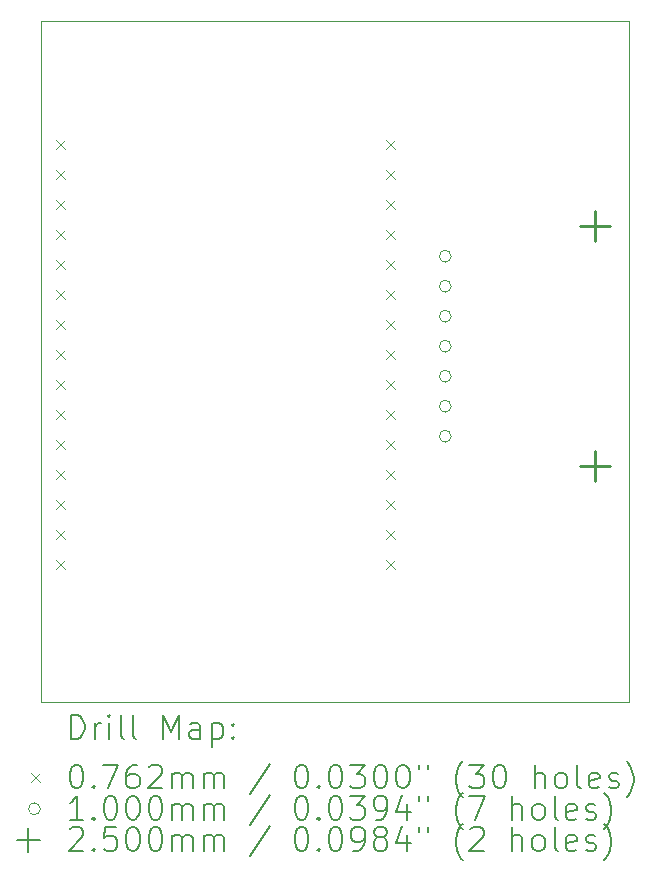
<source format=gbr>
%TF.GenerationSoftware,KiCad,Pcbnew,8.0.3*%
%TF.CreationDate,2024-07-11T16:05:29-07:00*%
%TF.ProjectId,RomiEnvironDetector,526f6d69-456e-4766-9972-6f6e44657465,rev?*%
%TF.SameCoordinates,Original*%
%TF.FileFunction,Drillmap*%
%TF.FilePolarity,Positive*%
%FSLAX45Y45*%
G04 Gerber Fmt 4.5, Leading zero omitted, Abs format (unit mm)*
G04 Created by KiCad (PCBNEW 8.0.3) date 2024-07-11 16:05:29*
%MOMM*%
%LPD*%
G01*
G04 APERTURE LIST*
%ADD10C,0.050000*%
%ADD11C,0.200000*%
%ADD12C,0.100000*%
%ADD13C,0.250000*%
G04 APERTURE END LIST*
D10*
X10620000Y-5440000D02*
X15600000Y-5440000D01*
X15600000Y-11200000D01*
X10620000Y-11200000D01*
X10620000Y-5440000D01*
D11*
D12*
X10747900Y-6445900D02*
X10824100Y-6522100D01*
X10824100Y-6445900D02*
X10747900Y-6522100D01*
X10747900Y-6699900D02*
X10824100Y-6776100D01*
X10824100Y-6699900D02*
X10747900Y-6776100D01*
X10747900Y-6953900D02*
X10824100Y-7030100D01*
X10824100Y-6953900D02*
X10747900Y-7030100D01*
X10747900Y-7207900D02*
X10824100Y-7284100D01*
X10824100Y-7207900D02*
X10747900Y-7284100D01*
X10747900Y-7461900D02*
X10824100Y-7538100D01*
X10824100Y-7461900D02*
X10747900Y-7538100D01*
X10747900Y-7715900D02*
X10824100Y-7792100D01*
X10824100Y-7715900D02*
X10747900Y-7792100D01*
X10747900Y-7969900D02*
X10824100Y-8046100D01*
X10824100Y-7969900D02*
X10747900Y-8046100D01*
X10747900Y-8223900D02*
X10824100Y-8300100D01*
X10824100Y-8223900D02*
X10747900Y-8300100D01*
X10747900Y-8477900D02*
X10824100Y-8554100D01*
X10824100Y-8477900D02*
X10747900Y-8554100D01*
X10747900Y-8731900D02*
X10824100Y-8808100D01*
X10824100Y-8731900D02*
X10747900Y-8808100D01*
X10747900Y-8985900D02*
X10824100Y-9062100D01*
X10824100Y-8985900D02*
X10747900Y-9062100D01*
X10747900Y-9239900D02*
X10824100Y-9316100D01*
X10824100Y-9239900D02*
X10747900Y-9316100D01*
X10747900Y-9493900D02*
X10824100Y-9570100D01*
X10824100Y-9493900D02*
X10747900Y-9570100D01*
X10747900Y-9747900D02*
X10824100Y-9824100D01*
X10824100Y-9747900D02*
X10747900Y-9824100D01*
X10747900Y-10001900D02*
X10824100Y-10078100D01*
X10824100Y-10001900D02*
X10747900Y-10078100D01*
X13541900Y-6445900D02*
X13618100Y-6522100D01*
X13618100Y-6445900D02*
X13541900Y-6522100D01*
X13541900Y-6699900D02*
X13618100Y-6776100D01*
X13618100Y-6699900D02*
X13541900Y-6776100D01*
X13541900Y-6953900D02*
X13618100Y-7030100D01*
X13618100Y-6953900D02*
X13541900Y-7030100D01*
X13541900Y-7207900D02*
X13618100Y-7284100D01*
X13618100Y-7207900D02*
X13541900Y-7284100D01*
X13541900Y-7461900D02*
X13618100Y-7538100D01*
X13618100Y-7461900D02*
X13541900Y-7538100D01*
X13541900Y-7715900D02*
X13618100Y-7792100D01*
X13618100Y-7715900D02*
X13541900Y-7792100D01*
X13541900Y-7969900D02*
X13618100Y-8046100D01*
X13618100Y-7969900D02*
X13541900Y-8046100D01*
X13541900Y-8223900D02*
X13618100Y-8300100D01*
X13618100Y-8223900D02*
X13541900Y-8300100D01*
X13541900Y-8477900D02*
X13618100Y-8554100D01*
X13618100Y-8477900D02*
X13541900Y-8554100D01*
X13541900Y-8731900D02*
X13618100Y-8808100D01*
X13618100Y-8731900D02*
X13541900Y-8808100D01*
X13541900Y-8985900D02*
X13618100Y-9062100D01*
X13618100Y-8985900D02*
X13541900Y-9062100D01*
X13541900Y-9239900D02*
X13618100Y-9316100D01*
X13618100Y-9239900D02*
X13541900Y-9316100D01*
X13541900Y-9493900D02*
X13618100Y-9570100D01*
X13618100Y-9493900D02*
X13541900Y-9570100D01*
X13541900Y-9747900D02*
X13618100Y-9824100D01*
X13618100Y-9747900D02*
X13541900Y-9824100D01*
X13541900Y-10001900D02*
X13618100Y-10078100D01*
X13618100Y-10001900D02*
X13541900Y-10078100D01*
X14096000Y-7428000D02*
G75*
G02*
X13996000Y-7428000I-50000J0D01*
G01*
X13996000Y-7428000D02*
G75*
G02*
X14096000Y-7428000I50000J0D01*
G01*
X14096000Y-7682000D02*
G75*
G02*
X13996000Y-7682000I-50000J0D01*
G01*
X13996000Y-7682000D02*
G75*
G02*
X14096000Y-7682000I50000J0D01*
G01*
X14096000Y-7936000D02*
G75*
G02*
X13996000Y-7936000I-50000J0D01*
G01*
X13996000Y-7936000D02*
G75*
G02*
X14096000Y-7936000I50000J0D01*
G01*
X14096000Y-8190000D02*
G75*
G02*
X13996000Y-8190000I-50000J0D01*
G01*
X13996000Y-8190000D02*
G75*
G02*
X14096000Y-8190000I50000J0D01*
G01*
X14096000Y-8444000D02*
G75*
G02*
X13996000Y-8444000I-50000J0D01*
G01*
X13996000Y-8444000D02*
G75*
G02*
X14096000Y-8444000I50000J0D01*
G01*
X14096000Y-8698000D02*
G75*
G02*
X13996000Y-8698000I-50000J0D01*
G01*
X13996000Y-8698000D02*
G75*
G02*
X14096000Y-8698000I50000J0D01*
G01*
X14096000Y-8952000D02*
G75*
G02*
X13996000Y-8952000I-50000J0D01*
G01*
X13996000Y-8952000D02*
G75*
G02*
X14096000Y-8952000I50000J0D01*
G01*
D13*
X15316000Y-7049000D02*
X15316000Y-7299000D01*
X15191000Y-7174000D02*
X15441000Y-7174000D01*
X15316000Y-9081000D02*
X15316000Y-9331000D01*
X15191000Y-9206000D02*
X15441000Y-9206000D01*
D11*
X10878277Y-11513984D02*
X10878277Y-11313984D01*
X10878277Y-11313984D02*
X10925896Y-11313984D01*
X10925896Y-11313984D02*
X10954467Y-11323508D01*
X10954467Y-11323508D02*
X10973515Y-11342555D01*
X10973515Y-11342555D02*
X10983039Y-11361603D01*
X10983039Y-11361603D02*
X10992563Y-11399698D01*
X10992563Y-11399698D02*
X10992563Y-11428269D01*
X10992563Y-11428269D02*
X10983039Y-11466365D01*
X10983039Y-11466365D02*
X10973515Y-11485412D01*
X10973515Y-11485412D02*
X10954467Y-11504460D01*
X10954467Y-11504460D02*
X10925896Y-11513984D01*
X10925896Y-11513984D02*
X10878277Y-11513984D01*
X11078277Y-11513984D02*
X11078277Y-11380650D01*
X11078277Y-11418746D02*
X11087801Y-11399698D01*
X11087801Y-11399698D02*
X11097324Y-11390174D01*
X11097324Y-11390174D02*
X11116372Y-11380650D01*
X11116372Y-11380650D02*
X11135420Y-11380650D01*
X11202086Y-11513984D02*
X11202086Y-11380650D01*
X11202086Y-11313984D02*
X11192562Y-11323508D01*
X11192562Y-11323508D02*
X11202086Y-11333031D01*
X11202086Y-11333031D02*
X11211610Y-11323508D01*
X11211610Y-11323508D02*
X11202086Y-11313984D01*
X11202086Y-11313984D02*
X11202086Y-11333031D01*
X11325896Y-11513984D02*
X11306848Y-11504460D01*
X11306848Y-11504460D02*
X11297324Y-11485412D01*
X11297324Y-11485412D02*
X11297324Y-11313984D01*
X11430658Y-11513984D02*
X11411610Y-11504460D01*
X11411610Y-11504460D02*
X11402086Y-11485412D01*
X11402086Y-11485412D02*
X11402086Y-11313984D01*
X11659229Y-11513984D02*
X11659229Y-11313984D01*
X11659229Y-11313984D02*
X11725896Y-11456841D01*
X11725896Y-11456841D02*
X11792562Y-11313984D01*
X11792562Y-11313984D02*
X11792562Y-11513984D01*
X11973515Y-11513984D02*
X11973515Y-11409222D01*
X11973515Y-11409222D02*
X11963991Y-11390174D01*
X11963991Y-11390174D02*
X11944943Y-11380650D01*
X11944943Y-11380650D02*
X11906848Y-11380650D01*
X11906848Y-11380650D02*
X11887801Y-11390174D01*
X11973515Y-11504460D02*
X11954467Y-11513984D01*
X11954467Y-11513984D02*
X11906848Y-11513984D01*
X11906848Y-11513984D02*
X11887801Y-11504460D01*
X11887801Y-11504460D02*
X11878277Y-11485412D01*
X11878277Y-11485412D02*
X11878277Y-11466365D01*
X11878277Y-11466365D02*
X11887801Y-11447317D01*
X11887801Y-11447317D02*
X11906848Y-11437793D01*
X11906848Y-11437793D02*
X11954467Y-11437793D01*
X11954467Y-11437793D02*
X11973515Y-11428269D01*
X12068753Y-11380650D02*
X12068753Y-11580650D01*
X12068753Y-11390174D02*
X12087801Y-11380650D01*
X12087801Y-11380650D02*
X12125896Y-11380650D01*
X12125896Y-11380650D02*
X12144943Y-11390174D01*
X12144943Y-11390174D02*
X12154467Y-11399698D01*
X12154467Y-11399698D02*
X12163991Y-11418746D01*
X12163991Y-11418746D02*
X12163991Y-11475888D01*
X12163991Y-11475888D02*
X12154467Y-11494936D01*
X12154467Y-11494936D02*
X12144943Y-11504460D01*
X12144943Y-11504460D02*
X12125896Y-11513984D01*
X12125896Y-11513984D02*
X12087801Y-11513984D01*
X12087801Y-11513984D02*
X12068753Y-11504460D01*
X12249705Y-11494936D02*
X12259229Y-11504460D01*
X12259229Y-11504460D02*
X12249705Y-11513984D01*
X12249705Y-11513984D02*
X12240182Y-11504460D01*
X12240182Y-11504460D02*
X12249705Y-11494936D01*
X12249705Y-11494936D02*
X12249705Y-11513984D01*
X12249705Y-11390174D02*
X12259229Y-11399698D01*
X12259229Y-11399698D02*
X12249705Y-11409222D01*
X12249705Y-11409222D02*
X12240182Y-11399698D01*
X12240182Y-11399698D02*
X12249705Y-11390174D01*
X12249705Y-11390174D02*
X12249705Y-11409222D01*
D12*
X10541300Y-11804400D02*
X10617500Y-11880600D01*
X10617500Y-11804400D02*
X10541300Y-11880600D01*
D11*
X10916372Y-11733984D02*
X10935420Y-11733984D01*
X10935420Y-11733984D02*
X10954467Y-11743508D01*
X10954467Y-11743508D02*
X10963991Y-11753031D01*
X10963991Y-11753031D02*
X10973515Y-11772079D01*
X10973515Y-11772079D02*
X10983039Y-11810174D01*
X10983039Y-11810174D02*
X10983039Y-11857793D01*
X10983039Y-11857793D02*
X10973515Y-11895888D01*
X10973515Y-11895888D02*
X10963991Y-11914936D01*
X10963991Y-11914936D02*
X10954467Y-11924460D01*
X10954467Y-11924460D02*
X10935420Y-11933984D01*
X10935420Y-11933984D02*
X10916372Y-11933984D01*
X10916372Y-11933984D02*
X10897324Y-11924460D01*
X10897324Y-11924460D02*
X10887801Y-11914936D01*
X10887801Y-11914936D02*
X10878277Y-11895888D01*
X10878277Y-11895888D02*
X10868753Y-11857793D01*
X10868753Y-11857793D02*
X10868753Y-11810174D01*
X10868753Y-11810174D02*
X10878277Y-11772079D01*
X10878277Y-11772079D02*
X10887801Y-11753031D01*
X10887801Y-11753031D02*
X10897324Y-11743508D01*
X10897324Y-11743508D02*
X10916372Y-11733984D01*
X11068753Y-11914936D02*
X11078277Y-11924460D01*
X11078277Y-11924460D02*
X11068753Y-11933984D01*
X11068753Y-11933984D02*
X11059229Y-11924460D01*
X11059229Y-11924460D02*
X11068753Y-11914936D01*
X11068753Y-11914936D02*
X11068753Y-11933984D01*
X11144944Y-11733984D02*
X11278277Y-11733984D01*
X11278277Y-11733984D02*
X11192562Y-11933984D01*
X11440182Y-11733984D02*
X11402086Y-11733984D01*
X11402086Y-11733984D02*
X11383039Y-11743508D01*
X11383039Y-11743508D02*
X11373515Y-11753031D01*
X11373515Y-11753031D02*
X11354467Y-11781603D01*
X11354467Y-11781603D02*
X11344943Y-11819698D01*
X11344943Y-11819698D02*
X11344943Y-11895888D01*
X11344943Y-11895888D02*
X11354467Y-11914936D01*
X11354467Y-11914936D02*
X11363991Y-11924460D01*
X11363991Y-11924460D02*
X11383039Y-11933984D01*
X11383039Y-11933984D02*
X11421134Y-11933984D01*
X11421134Y-11933984D02*
X11440182Y-11924460D01*
X11440182Y-11924460D02*
X11449705Y-11914936D01*
X11449705Y-11914936D02*
X11459229Y-11895888D01*
X11459229Y-11895888D02*
X11459229Y-11848269D01*
X11459229Y-11848269D02*
X11449705Y-11829222D01*
X11449705Y-11829222D02*
X11440182Y-11819698D01*
X11440182Y-11819698D02*
X11421134Y-11810174D01*
X11421134Y-11810174D02*
X11383039Y-11810174D01*
X11383039Y-11810174D02*
X11363991Y-11819698D01*
X11363991Y-11819698D02*
X11354467Y-11829222D01*
X11354467Y-11829222D02*
X11344943Y-11848269D01*
X11535420Y-11753031D02*
X11544943Y-11743508D01*
X11544943Y-11743508D02*
X11563991Y-11733984D01*
X11563991Y-11733984D02*
X11611610Y-11733984D01*
X11611610Y-11733984D02*
X11630658Y-11743508D01*
X11630658Y-11743508D02*
X11640182Y-11753031D01*
X11640182Y-11753031D02*
X11649705Y-11772079D01*
X11649705Y-11772079D02*
X11649705Y-11791127D01*
X11649705Y-11791127D02*
X11640182Y-11819698D01*
X11640182Y-11819698D02*
X11525896Y-11933984D01*
X11525896Y-11933984D02*
X11649705Y-11933984D01*
X11735420Y-11933984D02*
X11735420Y-11800650D01*
X11735420Y-11819698D02*
X11744943Y-11810174D01*
X11744943Y-11810174D02*
X11763991Y-11800650D01*
X11763991Y-11800650D02*
X11792563Y-11800650D01*
X11792563Y-11800650D02*
X11811610Y-11810174D01*
X11811610Y-11810174D02*
X11821134Y-11829222D01*
X11821134Y-11829222D02*
X11821134Y-11933984D01*
X11821134Y-11829222D02*
X11830658Y-11810174D01*
X11830658Y-11810174D02*
X11849705Y-11800650D01*
X11849705Y-11800650D02*
X11878277Y-11800650D01*
X11878277Y-11800650D02*
X11897324Y-11810174D01*
X11897324Y-11810174D02*
X11906848Y-11829222D01*
X11906848Y-11829222D02*
X11906848Y-11933984D01*
X12002086Y-11933984D02*
X12002086Y-11800650D01*
X12002086Y-11819698D02*
X12011610Y-11810174D01*
X12011610Y-11810174D02*
X12030658Y-11800650D01*
X12030658Y-11800650D02*
X12059229Y-11800650D01*
X12059229Y-11800650D02*
X12078277Y-11810174D01*
X12078277Y-11810174D02*
X12087801Y-11829222D01*
X12087801Y-11829222D02*
X12087801Y-11933984D01*
X12087801Y-11829222D02*
X12097324Y-11810174D01*
X12097324Y-11810174D02*
X12116372Y-11800650D01*
X12116372Y-11800650D02*
X12144943Y-11800650D01*
X12144943Y-11800650D02*
X12163991Y-11810174D01*
X12163991Y-11810174D02*
X12173515Y-11829222D01*
X12173515Y-11829222D02*
X12173515Y-11933984D01*
X12563991Y-11724460D02*
X12392563Y-11981603D01*
X12821134Y-11733984D02*
X12840182Y-11733984D01*
X12840182Y-11733984D02*
X12859229Y-11743508D01*
X12859229Y-11743508D02*
X12868753Y-11753031D01*
X12868753Y-11753031D02*
X12878277Y-11772079D01*
X12878277Y-11772079D02*
X12887801Y-11810174D01*
X12887801Y-11810174D02*
X12887801Y-11857793D01*
X12887801Y-11857793D02*
X12878277Y-11895888D01*
X12878277Y-11895888D02*
X12868753Y-11914936D01*
X12868753Y-11914936D02*
X12859229Y-11924460D01*
X12859229Y-11924460D02*
X12840182Y-11933984D01*
X12840182Y-11933984D02*
X12821134Y-11933984D01*
X12821134Y-11933984D02*
X12802086Y-11924460D01*
X12802086Y-11924460D02*
X12792563Y-11914936D01*
X12792563Y-11914936D02*
X12783039Y-11895888D01*
X12783039Y-11895888D02*
X12773515Y-11857793D01*
X12773515Y-11857793D02*
X12773515Y-11810174D01*
X12773515Y-11810174D02*
X12783039Y-11772079D01*
X12783039Y-11772079D02*
X12792563Y-11753031D01*
X12792563Y-11753031D02*
X12802086Y-11743508D01*
X12802086Y-11743508D02*
X12821134Y-11733984D01*
X12973515Y-11914936D02*
X12983039Y-11924460D01*
X12983039Y-11924460D02*
X12973515Y-11933984D01*
X12973515Y-11933984D02*
X12963991Y-11924460D01*
X12963991Y-11924460D02*
X12973515Y-11914936D01*
X12973515Y-11914936D02*
X12973515Y-11933984D01*
X13106848Y-11733984D02*
X13125896Y-11733984D01*
X13125896Y-11733984D02*
X13144944Y-11743508D01*
X13144944Y-11743508D02*
X13154467Y-11753031D01*
X13154467Y-11753031D02*
X13163991Y-11772079D01*
X13163991Y-11772079D02*
X13173515Y-11810174D01*
X13173515Y-11810174D02*
X13173515Y-11857793D01*
X13173515Y-11857793D02*
X13163991Y-11895888D01*
X13163991Y-11895888D02*
X13154467Y-11914936D01*
X13154467Y-11914936D02*
X13144944Y-11924460D01*
X13144944Y-11924460D02*
X13125896Y-11933984D01*
X13125896Y-11933984D02*
X13106848Y-11933984D01*
X13106848Y-11933984D02*
X13087801Y-11924460D01*
X13087801Y-11924460D02*
X13078277Y-11914936D01*
X13078277Y-11914936D02*
X13068753Y-11895888D01*
X13068753Y-11895888D02*
X13059229Y-11857793D01*
X13059229Y-11857793D02*
X13059229Y-11810174D01*
X13059229Y-11810174D02*
X13068753Y-11772079D01*
X13068753Y-11772079D02*
X13078277Y-11753031D01*
X13078277Y-11753031D02*
X13087801Y-11743508D01*
X13087801Y-11743508D02*
X13106848Y-11733984D01*
X13240182Y-11733984D02*
X13363991Y-11733984D01*
X13363991Y-11733984D02*
X13297325Y-11810174D01*
X13297325Y-11810174D02*
X13325896Y-11810174D01*
X13325896Y-11810174D02*
X13344944Y-11819698D01*
X13344944Y-11819698D02*
X13354467Y-11829222D01*
X13354467Y-11829222D02*
X13363991Y-11848269D01*
X13363991Y-11848269D02*
X13363991Y-11895888D01*
X13363991Y-11895888D02*
X13354467Y-11914936D01*
X13354467Y-11914936D02*
X13344944Y-11924460D01*
X13344944Y-11924460D02*
X13325896Y-11933984D01*
X13325896Y-11933984D02*
X13268753Y-11933984D01*
X13268753Y-11933984D02*
X13249706Y-11924460D01*
X13249706Y-11924460D02*
X13240182Y-11914936D01*
X13487801Y-11733984D02*
X13506848Y-11733984D01*
X13506848Y-11733984D02*
X13525896Y-11743508D01*
X13525896Y-11743508D02*
X13535420Y-11753031D01*
X13535420Y-11753031D02*
X13544944Y-11772079D01*
X13544944Y-11772079D02*
X13554467Y-11810174D01*
X13554467Y-11810174D02*
X13554467Y-11857793D01*
X13554467Y-11857793D02*
X13544944Y-11895888D01*
X13544944Y-11895888D02*
X13535420Y-11914936D01*
X13535420Y-11914936D02*
X13525896Y-11924460D01*
X13525896Y-11924460D02*
X13506848Y-11933984D01*
X13506848Y-11933984D02*
X13487801Y-11933984D01*
X13487801Y-11933984D02*
X13468753Y-11924460D01*
X13468753Y-11924460D02*
X13459229Y-11914936D01*
X13459229Y-11914936D02*
X13449706Y-11895888D01*
X13449706Y-11895888D02*
X13440182Y-11857793D01*
X13440182Y-11857793D02*
X13440182Y-11810174D01*
X13440182Y-11810174D02*
X13449706Y-11772079D01*
X13449706Y-11772079D02*
X13459229Y-11753031D01*
X13459229Y-11753031D02*
X13468753Y-11743508D01*
X13468753Y-11743508D02*
X13487801Y-11733984D01*
X13678277Y-11733984D02*
X13697325Y-11733984D01*
X13697325Y-11733984D02*
X13716372Y-11743508D01*
X13716372Y-11743508D02*
X13725896Y-11753031D01*
X13725896Y-11753031D02*
X13735420Y-11772079D01*
X13735420Y-11772079D02*
X13744944Y-11810174D01*
X13744944Y-11810174D02*
X13744944Y-11857793D01*
X13744944Y-11857793D02*
X13735420Y-11895888D01*
X13735420Y-11895888D02*
X13725896Y-11914936D01*
X13725896Y-11914936D02*
X13716372Y-11924460D01*
X13716372Y-11924460D02*
X13697325Y-11933984D01*
X13697325Y-11933984D02*
X13678277Y-11933984D01*
X13678277Y-11933984D02*
X13659229Y-11924460D01*
X13659229Y-11924460D02*
X13649706Y-11914936D01*
X13649706Y-11914936D02*
X13640182Y-11895888D01*
X13640182Y-11895888D02*
X13630658Y-11857793D01*
X13630658Y-11857793D02*
X13630658Y-11810174D01*
X13630658Y-11810174D02*
X13640182Y-11772079D01*
X13640182Y-11772079D02*
X13649706Y-11753031D01*
X13649706Y-11753031D02*
X13659229Y-11743508D01*
X13659229Y-11743508D02*
X13678277Y-11733984D01*
X13821134Y-11733984D02*
X13821134Y-11772079D01*
X13897325Y-11733984D02*
X13897325Y-11772079D01*
X14192563Y-12010174D02*
X14183039Y-12000650D01*
X14183039Y-12000650D02*
X14163991Y-11972079D01*
X14163991Y-11972079D02*
X14154468Y-11953031D01*
X14154468Y-11953031D02*
X14144944Y-11924460D01*
X14144944Y-11924460D02*
X14135420Y-11876841D01*
X14135420Y-11876841D02*
X14135420Y-11838746D01*
X14135420Y-11838746D02*
X14144944Y-11791127D01*
X14144944Y-11791127D02*
X14154468Y-11762555D01*
X14154468Y-11762555D02*
X14163991Y-11743508D01*
X14163991Y-11743508D02*
X14183039Y-11714936D01*
X14183039Y-11714936D02*
X14192563Y-11705412D01*
X14249706Y-11733984D02*
X14373515Y-11733984D01*
X14373515Y-11733984D02*
X14306848Y-11810174D01*
X14306848Y-11810174D02*
X14335420Y-11810174D01*
X14335420Y-11810174D02*
X14354468Y-11819698D01*
X14354468Y-11819698D02*
X14363991Y-11829222D01*
X14363991Y-11829222D02*
X14373515Y-11848269D01*
X14373515Y-11848269D02*
X14373515Y-11895888D01*
X14373515Y-11895888D02*
X14363991Y-11914936D01*
X14363991Y-11914936D02*
X14354468Y-11924460D01*
X14354468Y-11924460D02*
X14335420Y-11933984D01*
X14335420Y-11933984D02*
X14278277Y-11933984D01*
X14278277Y-11933984D02*
X14259229Y-11924460D01*
X14259229Y-11924460D02*
X14249706Y-11914936D01*
X14497325Y-11733984D02*
X14516372Y-11733984D01*
X14516372Y-11733984D02*
X14535420Y-11743508D01*
X14535420Y-11743508D02*
X14544944Y-11753031D01*
X14544944Y-11753031D02*
X14554468Y-11772079D01*
X14554468Y-11772079D02*
X14563991Y-11810174D01*
X14563991Y-11810174D02*
X14563991Y-11857793D01*
X14563991Y-11857793D02*
X14554468Y-11895888D01*
X14554468Y-11895888D02*
X14544944Y-11914936D01*
X14544944Y-11914936D02*
X14535420Y-11924460D01*
X14535420Y-11924460D02*
X14516372Y-11933984D01*
X14516372Y-11933984D02*
X14497325Y-11933984D01*
X14497325Y-11933984D02*
X14478277Y-11924460D01*
X14478277Y-11924460D02*
X14468753Y-11914936D01*
X14468753Y-11914936D02*
X14459229Y-11895888D01*
X14459229Y-11895888D02*
X14449706Y-11857793D01*
X14449706Y-11857793D02*
X14449706Y-11810174D01*
X14449706Y-11810174D02*
X14459229Y-11772079D01*
X14459229Y-11772079D02*
X14468753Y-11753031D01*
X14468753Y-11753031D02*
X14478277Y-11743508D01*
X14478277Y-11743508D02*
X14497325Y-11733984D01*
X14802087Y-11933984D02*
X14802087Y-11733984D01*
X14887801Y-11933984D02*
X14887801Y-11829222D01*
X14887801Y-11829222D02*
X14878277Y-11810174D01*
X14878277Y-11810174D02*
X14859230Y-11800650D01*
X14859230Y-11800650D02*
X14830658Y-11800650D01*
X14830658Y-11800650D02*
X14811610Y-11810174D01*
X14811610Y-11810174D02*
X14802087Y-11819698D01*
X15011610Y-11933984D02*
X14992563Y-11924460D01*
X14992563Y-11924460D02*
X14983039Y-11914936D01*
X14983039Y-11914936D02*
X14973515Y-11895888D01*
X14973515Y-11895888D02*
X14973515Y-11838746D01*
X14973515Y-11838746D02*
X14983039Y-11819698D01*
X14983039Y-11819698D02*
X14992563Y-11810174D01*
X14992563Y-11810174D02*
X15011610Y-11800650D01*
X15011610Y-11800650D02*
X15040182Y-11800650D01*
X15040182Y-11800650D02*
X15059230Y-11810174D01*
X15059230Y-11810174D02*
X15068753Y-11819698D01*
X15068753Y-11819698D02*
X15078277Y-11838746D01*
X15078277Y-11838746D02*
X15078277Y-11895888D01*
X15078277Y-11895888D02*
X15068753Y-11914936D01*
X15068753Y-11914936D02*
X15059230Y-11924460D01*
X15059230Y-11924460D02*
X15040182Y-11933984D01*
X15040182Y-11933984D02*
X15011610Y-11933984D01*
X15192563Y-11933984D02*
X15173515Y-11924460D01*
X15173515Y-11924460D02*
X15163991Y-11905412D01*
X15163991Y-11905412D02*
X15163991Y-11733984D01*
X15344944Y-11924460D02*
X15325896Y-11933984D01*
X15325896Y-11933984D02*
X15287801Y-11933984D01*
X15287801Y-11933984D02*
X15268753Y-11924460D01*
X15268753Y-11924460D02*
X15259230Y-11905412D01*
X15259230Y-11905412D02*
X15259230Y-11829222D01*
X15259230Y-11829222D02*
X15268753Y-11810174D01*
X15268753Y-11810174D02*
X15287801Y-11800650D01*
X15287801Y-11800650D02*
X15325896Y-11800650D01*
X15325896Y-11800650D02*
X15344944Y-11810174D01*
X15344944Y-11810174D02*
X15354468Y-11829222D01*
X15354468Y-11829222D02*
X15354468Y-11848269D01*
X15354468Y-11848269D02*
X15259230Y-11867317D01*
X15430658Y-11924460D02*
X15449706Y-11933984D01*
X15449706Y-11933984D02*
X15487801Y-11933984D01*
X15487801Y-11933984D02*
X15506849Y-11924460D01*
X15506849Y-11924460D02*
X15516372Y-11905412D01*
X15516372Y-11905412D02*
X15516372Y-11895888D01*
X15516372Y-11895888D02*
X15506849Y-11876841D01*
X15506849Y-11876841D02*
X15487801Y-11867317D01*
X15487801Y-11867317D02*
X15459230Y-11867317D01*
X15459230Y-11867317D02*
X15440182Y-11857793D01*
X15440182Y-11857793D02*
X15430658Y-11838746D01*
X15430658Y-11838746D02*
X15430658Y-11829222D01*
X15430658Y-11829222D02*
X15440182Y-11810174D01*
X15440182Y-11810174D02*
X15459230Y-11800650D01*
X15459230Y-11800650D02*
X15487801Y-11800650D01*
X15487801Y-11800650D02*
X15506849Y-11810174D01*
X15583039Y-12010174D02*
X15592563Y-12000650D01*
X15592563Y-12000650D02*
X15611611Y-11972079D01*
X15611611Y-11972079D02*
X15621134Y-11953031D01*
X15621134Y-11953031D02*
X15630658Y-11924460D01*
X15630658Y-11924460D02*
X15640182Y-11876841D01*
X15640182Y-11876841D02*
X15640182Y-11838746D01*
X15640182Y-11838746D02*
X15630658Y-11791127D01*
X15630658Y-11791127D02*
X15621134Y-11762555D01*
X15621134Y-11762555D02*
X15611611Y-11743508D01*
X15611611Y-11743508D02*
X15592563Y-11714936D01*
X15592563Y-11714936D02*
X15583039Y-11705412D01*
D12*
X10617500Y-12106500D02*
G75*
G02*
X10517500Y-12106500I-50000J0D01*
G01*
X10517500Y-12106500D02*
G75*
G02*
X10617500Y-12106500I50000J0D01*
G01*
D11*
X10983039Y-12197984D02*
X10868753Y-12197984D01*
X10925896Y-12197984D02*
X10925896Y-11997984D01*
X10925896Y-11997984D02*
X10906848Y-12026555D01*
X10906848Y-12026555D02*
X10887801Y-12045603D01*
X10887801Y-12045603D02*
X10868753Y-12055127D01*
X11068753Y-12178936D02*
X11078277Y-12188460D01*
X11078277Y-12188460D02*
X11068753Y-12197984D01*
X11068753Y-12197984D02*
X11059229Y-12188460D01*
X11059229Y-12188460D02*
X11068753Y-12178936D01*
X11068753Y-12178936D02*
X11068753Y-12197984D01*
X11202086Y-11997984D02*
X11221134Y-11997984D01*
X11221134Y-11997984D02*
X11240182Y-12007508D01*
X11240182Y-12007508D02*
X11249705Y-12017031D01*
X11249705Y-12017031D02*
X11259229Y-12036079D01*
X11259229Y-12036079D02*
X11268753Y-12074174D01*
X11268753Y-12074174D02*
X11268753Y-12121793D01*
X11268753Y-12121793D02*
X11259229Y-12159888D01*
X11259229Y-12159888D02*
X11249705Y-12178936D01*
X11249705Y-12178936D02*
X11240182Y-12188460D01*
X11240182Y-12188460D02*
X11221134Y-12197984D01*
X11221134Y-12197984D02*
X11202086Y-12197984D01*
X11202086Y-12197984D02*
X11183039Y-12188460D01*
X11183039Y-12188460D02*
X11173515Y-12178936D01*
X11173515Y-12178936D02*
X11163991Y-12159888D01*
X11163991Y-12159888D02*
X11154467Y-12121793D01*
X11154467Y-12121793D02*
X11154467Y-12074174D01*
X11154467Y-12074174D02*
X11163991Y-12036079D01*
X11163991Y-12036079D02*
X11173515Y-12017031D01*
X11173515Y-12017031D02*
X11183039Y-12007508D01*
X11183039Y-12007508D02*
X11202086Y-11997984D01*
X11392562Y-11997984D02*
X11411610Y-11997984D01*
X11411610Y-11997984D02*
X11430658Y-12007508D01*
X11430658Y-12007508D02*
X11440182Y-12017031D01*
X11440182Y-12017031D02*
X11449705Y-12036079D01*
X11449705Y-12036079D02*
X11459229Y-12074174D01*
X11459229Y-12074174D02*
X11459229Y-12121793D01*
X11459229Y-12121793D02*
X11449705Y-12159888D01*
X11449705Y-12159888D02*
X11440182Y-12178936D01*
X11440182Y-12178936D02*
X11430658Y-12188460D01*
X11430658Y-12188460D02*
X11411610Y-12197984D01*
X11411610Y-12197984D02*
X11392562Y-12197984D01*
X11392562Y-12197984D02*
X11373515Y-12188460D01*
X11373515Y-12188460D02*
X11363991Y-12178936D01*
X11363991Y-12178936D02*
X11354467Y-12159888D01*
X11354467Y-12159888D02*
X11344943Y-12121793D01*
X11344943Y-12121793D02*
X11344943Y-12074174D01*
X11344943Y-12074174D02*
X11354467Y-12036079D01*
X11354467Y-12036079D02*
X11363991Y-12017031D01*
X11363991Y-12017031D02*
X11373515Y-12007508D01*
X11373515Y-12007508D02*
X11392562Y-11997984D01*
X11583039Y-11997984D02*
X11602086Y-11997984D01*
X11602086Y-11997984D02*
X11621134Y-12007508D01*
X11621134Y-12007508D02*
X11630658Y-12017031D01*
X11630658Y-12017031D02*
X11640182Y-12036079D01*
X11640182Y-12036079D02*
X11649705Y-12074174D01*
X11649705Y-12074174D02*
X11649705Y-12121793D01*
X11649705Y-12121793D02*
X11640182Y-12159888D01*
X11640182Y-12159888D02*
X11630658Y-12178936D01*
X11630658Y-12178936D02*
X11621134Y-12188460D01*
X11621134Y-12188460D02*
X11602086Y-12197984D01*
X11602086Y-12197984D02*
X11583039Y-12197984D01*
X11583039Y-12197984D02*
X11563991Y-12188460D01*
X11563991Y-12188460D02*
X11554467Y-12178936D01*
X11554467Y-12178936D02*
X11544943Y-12159888D01*
X11544943Y-12159888D02*
X11535420Y-12121793D01*
X11535420Y-12121793D02*
X11535420Y-12074174D01*
X11535420Y-12074174D02*
X11544943Y-12036079D01*
X11544943Y-12036079D02*
X11554467Y-12017031D01*
X11554467Y-12017031D02*
X11563991Y-12007508D01*
X11563991Y-12007508D02*
X11583039Y-11997984D01*
X11735420Y-12197984D02*
X11735420Y-12064650D01*
X11735420Y-12083698D02*
X11744943Y-12074174D01*
X11744943Y-12074174D02*
X11763991Y-12064650D01*
X11763991Y-12064650D02*
X11792563Y-12064650D01*
X11792563Y-12064650D02*
X11811610Y-12074174D01*
X11811610Y-12074174D02*
X11821134Y-12093222D01*
X11821134Y-12093222D02*
X11821134Y-12197984D01*
X11821134Y-12093222D02*
X11830658Y-12074174D01*
X11830658Y-12074174D02*
X11849705Y-12064650D01*
X11849705Y-12064650D02*
X11878277Y-12064650D01*
X11878277Y-12064650D02*
X11897324Y-12074174D01*
X11897324Y-12074174D02*
X11906848Y-12093222D01*
X11906848Y-12093222D02*
X11906848Y-12197984D01*
X12002086Y-12197984D02*
X12002086Y-12064650D01*
X12002086Y-12083698D02*
X12011610Y-12074174D01*
X12011610Y-12074174D02*
X12030658Y-12064650D01*
X12030658Y-12064650D02*
X12059229Y-12064650D01*
X12059229Y-12064650D02*
X12078277Y-12074174D01*
X12078277Y-12074174D02*
X12087801Y-12093222D01*
X12087801Y-12093222D02*
X12087801Y-12197984D01*
X12087801Y-12093222D02*
X12097324Y-12074174D01*
X12097324Y-12074174D02*
X12116372Y-12064650D01*
X12116372Y-12064650D02*
X12144943Y-12064650D01*
X12144943Y-12064650D02*
X12163991Y-12074174D01*
X12163991Y-12074174D02*
X12173515Y-12093222D01*
X12173515Y-12093222D02*
X12173515Y-12197984D01*
X12563991Y-11988460D02*
X12392563Y-12245603D01*
X12821134Y-11997984D02*
X12840182Y-11997984D01*
X12840182Y-11997984D02*
X12859229Y-12007508D01*
X12859229Y-12007508D02*
X12868753Y-12017031D01*
X12868753Y-12017031D02*
X12878277Y-12036079D01*
X12878277Y-12036079D02*
X12887801Y-12074174D01*
X12887801Y-12074174D02*
X12887801Y-12121793D01*
X12887801Y-12121793D02*
X12878277Y-12159888D01*
X12878277Y-12159888D02*
X12868753Y-12178936D01*
X12868753Y-12178936D02*
X12859229Y-12188460D01*
X12859229Y-12188460D02*
X12840182Y-12197984D01*
X12840182Y-12197984D02*
X12821134Y-12197984D01*
X12821134Y-12197984D02*
X12802086Y-12188460D01*
X12802086Y-12188460D02*
X12792563Y-12178936D01*
X12792563Y-12178936D02*
X12783039Y-12159888D01*
X12783039Y-12159888D02*
X12773515Y-12121793D01*
X12773515Y-12121793D02*
X12773515Y-12074174D01*
X12773515Y-12074174D02*
X12783039Y-12036079D01*
X12783039Y-12036079D02*
X12792563Y-12017031D01*
X12792563Y-12017031D02*
X12802086Y-12007508D01*
X12802086Y-12007508D02*
X12821134Y-11997984D01*
X12973515Y-12178936D02*
X12983039Y-12188460D01*
X12983039Y-12188460D02*
X12973515Y-12197984D01*
X12973515Y-12197984D02*
X12963991Y-12188460D01*
X12963991Y-12188460D02*
X12973515Y-12178936D01*
X12973515Y-12178936D02*
X12973515Y-12197984D01*
X13106848Y-11997984D02*
X13125896Y-11997984D01*
X13125896Y-11997984D02*
X13144944Y-12007508D01*
X13144944Y-12007508D02*
X13154467Y-12017031D01*
X13154467Y-12017031D02*
X13163991Y-12036079D01*
X13163991Y-12036079D02*
X13173515Y-12074174D01*
X13173515Y-12074174D02*
X13173515Y-12121793D01*
X13173515Y-12121793D02*
X13163991Y-12159888D01*
X13163991Y-12159888D02*
X13154467Y-12178936D01*
X13154467Y-12178936D02*
X13144944Y-12188460D01*
X13144944Y-12188460D02*
X13125896Y-12197984D01*
X13125896Y-12197984D02*
X13106848Y-12197984D01*
X13106848Y-12197984D02*
X13087801Y-12188460D01*
X13087801Y-12188460D02*
X13078277Y-12178936D01*
X13078277Y-12178936D02*
X13068753Y-12159888D01*
X13068753Y-12159888D02*
X13059229Y-12121793D01*
X13059229Y-12121793D02*
X13059229Y-12074174D01*
X13059229Y-12074174D02*
X13068753Y-12036079D01*
X13068753Y-12036079D02*
X13078277Y-12017031D01*
X13078277Y-12017031D02*
X13087801Y-12007508D01*
X13087801Y-12007508D02*
X13106848Y-11997984D01*
X13240182Y-11997984D02*
X13363991Y-11997984D01*
X13363991Y-11997984D02*
X13297325Y-12074174D01*
X13297325Y-12074174D02*
X13325896Y-12074174D01*
X13325896Y-12074174D02*
X13344944Y-12083698D01*
X13344944Y-12083698D02*
X13354467Y-12093222D01*
X13354467Y-12093222D02*
X13363991Y-12112269D01*
X13363991Y-12112269D02*
X13363991Y-12159888D01*
X13363991Y-12159888D02*
X13354467Y-12178936D01*
X13354467Y-12178936D02*
X13344944Y-12188460D01*
X13344944Y-12188460D02*
X13325896Y-12197984D01*
X13325896Y-12197984D02*
X13268753Y-12197984D01*
X13268753Y-12197984D02*
X13249706Y-12188460D01*
X13249706Y-12188460D02*
X13240182Y-12178936D01*
X13459229Y-12197984D02*
X13497325Y-12197984D01*
X13497325Y-12197984D02*
X13516372Y-12188460D01*
X13516372Y-12188460D02*
X13525896Y-12178936D01*
X13525896Y-12178936D02*
X13544944Y-12150365D01*
X13544944Y-12150365D02*
X13554467Y-12112269D01*
X13554467Y-12112269D02*
X13554467Y-12036079D01*
X13554467Y-12036079D02*
X13544944Y-12017031D01*
X13544944Y-12017031D02*
X13535420Y-12007508D01*
X13535420Y-12007508D02*
X13516372Y-11997984D01*
X13516372Y-11997984D02*
X13478277Y-11997984D01*
X13478277Y-11997984D02*
X13459229Y-12007508D01*
X13459229Y-12007508D02*
X13449706Y-12017031D01*
X13449706Y-12017031D02*
X13440182Y-12036079D01*
X13440182Y-12036079D02*
X13440182Y-12083698D01*
X13440182Y-12083698D02*
X13449706Y-12102746D01*
X13449706Y-12102746D02*
X13459229Y-12112269D01*
X13459229Y-12112269D02*
X13478277Y-12121793D01*
X13478277Y-12121793D02*
X13516372Y-12121793D01*
X13516372Y-12121793D02*
X13535420Y-12112269D01*
X13535420Y-12112269D02*
X13544944Y-12102746D01*
X13544944Y-12102746D02*
X13554467Y-12083698D01*
X13725896Y-12064650D02*
X13725896Y-12197984D01*
X13678277Y-11988460D02*
X13630658Y-12131317D01*
X13630658Y-12131317D02*
X13754467Y-12131317D01*
X13821134Y-11997984D02*
X13821134Y-12036079D01*
X13897325Y-11997984D02*
X13897325Y-12036079D01*
X14192563Y-12274174D02*
X14183039Y-12264650D01*
X14183039Y-12264650D02*
X14163991Y-12236079D01*
X14163991Y-12236079D02*
X14154468Y-12217031D01*
X14154468Y-12217031D02*
X14144944Y-12188460D01*
X14144944Y-12188460D02*
X14135420Y-12140841D01*
X14135420Y-12140841D02*
X14135420Y-12102746D01*
X14135420Y-12102746D02*
X14144944Y-12055127D01*
X14144944Y-12055127D02*
X14154468Y-12026555D01*
X14154468Y-12026555D02*
X14163991Y-12007508D01*
X14163991Y-12007508D02*
X14183039Y-11978936D01*
X14183039Y-11978936D02*
X14192563Y-11969412D01*
X14249706Y-11997984D02*
X14383039Y-11997984D01*
X14383039Y-11997984D02*
X14297325Y-12197984D01*
X14611610Y-12197984D02*
X14611610Y-11997984D01*
X14697325Y-12197984D02*
X14697325Y-12093222D01*
X14697325Y-12093222D02*
X14687801Y-12074174D01*
X14687801Y-12074174D02*
X14668753Y-12064650D01*
X14668753Y-12064650D02*
X14640182Y-12064650D01*
X14640182Y-12064650D02*
X14621134Y-12074174D01*
X14621134Y-12074174D02*
X14611610Y-12083698D01*
X14821134Y-12197984D02*
X14802087Y-12188460D01*
X14802087Y-12188460D02*
X14792563Y-12178936D01*
X14792563Y-12178936D02*
X14783039Y-12159888D01*
X14783039Y-12159888D02*
X14783039Y-12102746D01*
X14783039Y-12102746D02*
X14792563Y-12083698D01*
X14792563Y-12083698D02*
X14802087Y-12074174D01*
X14802087Y-12074174D02*
X14821134Y-12064650D01*
X14821134Y-12064650D02*
X14849706Y-12064650D01*
X14849706Y-12064650D02*
X14868753Y-12074174D01*
X14868753Y-12074174D02*
X14878277Y-12083698D01*
X14878277Y-12083698D02*
X14887801Y-12102746D01*
X14887801Y-12102746D02*
X14887801Y-12159888D01*
X14887801Y-12159888D02*
X14878277Y-12178936D01*
X14878277Y-12178936D02*
X14868753Y-12188460D01*
X14868753Y-12188460D02*
X14849706Y-12197984D01*
X14849706Y-12197984D02*
X14821134Y-12197984D01*
X15002087Y-12197984D02*
X14983039Y-12188460D01*
X14983039Y-12188460D02*
X14973515Y-12169412D01*
X14973515Y-12169412D02*
X14973515Y-11997984D01*
X15154468Y-12188460D02*
X15135420Y-12197984D01*
X15135420Y-12197984D02*
X15097325Y-12197984D01*
X15097325Y-12197984D02*
X15078277Y-12188460D01*
X15078277Y-12188460D02*
X15068753Y-12169412D01*
X15068753Y-12169412D02*
X15068753Y-12093222D01*
X15068753Y-12093222D02*
X15078277Y-12074174D01*
X15078277Y-12074174D02*
X15097325Y-12064650D01*
X15097325Y-12064650D02*
X15135420Y-12064650D01*
X15135420Y-12064650D02*
X15154468Y-12074174D01*
X15154468Y-12074174D02*
X15163991Y-12093222D01*
X15163991Y-12093222D02*
X15163991Y-12112269D01*
X15163991Y-12112269D02*
X15068753Y-12131317D01*
X15240182Y-12188460D02*
X15259230Y-12197984D01*
X15259230Y-12197984D02*
X15297325Y-12197984D01*
X15297325Y-12197984D02*
X15316372Y-12188460D01*
X15316372Y-12188460D02*
X15325896Y-12169412D01*
X15325896Y-12169412D02*
X15325896Y-12159888D01*
X15325896Y-12159888D02*
X15316372Y-12140841D01*
X15316372Y-12140841D02*
X15297325Y-12131317D01*
X15297325Y-12131317D02*
X15268753Y-12131317D01*
X15268753Y-12131317D02*
X15249706Y-12121793D01*
X15249706Y-12121793D02*
X15240182Y-12102746D01*
X15240182Y-12102746D02*
X15240182Y-12093222D01*
X15240182Y-12093222D02*
X15249706Y-12074174D01*
X15249706Y-12074174D02*
X15268753Y-12064650D01*
X15268753Y-12064650D02*
X15297325Y-12064650D01*
X15297325Y-12064650D02*
X15316372Y-12074174D01*
X15392563Y-12274174D02*
X15402087Y-12264650D01*
X15402087Y-12264650D02*
X15421134Y-12236079D01*
X15421134Y-12236079D02*
X15430658Y-12217031D01*
X15430658Y-12217031D02*
X15440182Y-12188460D01*
X15440182Y-12188460D02*
X15449706Y-12140841D01*
X15449706Y-12140841D02*
X15449706Y-12102746D01*
X15449706Y-12102746D02*
X15440182Y-12055127D01*
X15440182Y-12055127D02*
X15430658Y-12026555D01*
X15430658Y-12026555D02*
X15421134Y-12007508D01*
X15421134Y-12007508D02*
X15402087Y-11978936D01*
X15402087Y-11978936D02*
X15392563Y-11969412D01*
X10517500Y-12270500D02*
X10517500Y-12470500D01*
X10417500Y-12370500D02*
X10617500Y-12370500D01*
X10868753Y-12281031D02*
X10878277Y-12271508D01*
X10878277Y-12271508D02*
X10897324Y-12261984D01*
X10897324Y-12261984D02*
X10944944Y-12261984D01*
X10944944Y-12261984D02*
X10963991Y-12271508D01*
X10963991Y-12271508D02*
X10973515Y-12281031D01*
X10973515Y-12281031D02*
X10983039Y-12300079D01*
X10983039Y-12300079D02*
X10983039Y-12319127D01*
X10983039Y-12319127D02*
X10973515Y-12347698D01*
X10973515Y-12347698D02*
X10859229Y-12461984D01*
X10859229Y-12461984D02*
X10983039Y-12461984D01*
X11068753Y-12442936D02*
X11078277Y-12452460D01*
X11078277Y-12452460D02*
X11068753Y-12461984D01*
X11068753Y-12461984D02*
X11059229Y-12452460D01*
X11059229Y-12452460D02*
X11068753Y-12442936D01*
X11068753Y-12442936D02*
X11068753Y-12461984D01*
X11259229Y-12261984D02*
X11163991Y-12261984D01*
X11163991Y-12261984D02*
X11154467Y-12357222D01*
X11154467Y-12357222D02*
X11163991Y-12347698D01*
X11163991Y-12347698D02*
X11183039Y-12338174D01*
X11183039Y-12338174D02*
X11230658Y-12338174D01*
X11230658Y-12338174D02*
X11249705Y-12347698D01*
X11249705Y-12347698D02*
X11259229Y-12357222D01*
X11259229Y-12357222D02*
X11268753Y-12376269D01*
X11268753Y-12376269D02*
X11268753Y-12423888D01*
X11268753Y-12423888D02*
X11259229Y-12442936D01*
X11259229Y-12442936D02*
X11249705Y-12452460D01*
X11249705Y-12452460D02*
X11230658Y-12461984D01*
X11230658Y-12461984D02*
X11183039Y-12461984D01*
X11183039Y-12461984D02*
X11163991Y-12452460D01*
X11163991Y-12452460D02*
X11154467Y-12442936D01*
X11392562Y-12261984D02*
X11411610Y-12261984D01*
X11411610Y-12261984D02*
X11430658Y-12271508D01*
X11430658Y-12271508D02*
X11440182Y-12281031D01*
X11440182Y-12281031D02*
X11449705Y-12300079D01*
X11449705Y-12300079D02*
X11459229Y-12338174D01*
X11459229Y-12338174D02*
X11459229Y-12385793D01*
X11459229Y-12385793D02*
X11449705Y-12423888D01*
X11449705Y-12423888D02*
X11440182Y-12442936D01*
X11440182Y-12442936D02*
X11430658Y-12452460D01*
X11430658Y-12452460D02*
X11411610Y-12461984D01*
X11411610Y-12461984D02*
X11392562Y-12461984D01*
X11392562Y-12461984D02*
X11373515Y-12452460D01*
X11373515Y-12452460D02*
X11363991Y-12442936D01*
X11363991Y-12442936D02*
X11354467Y-12423888D01*
X11354467Y-12423888D02*
X11344943Y-12385793D01*
X11344943Y-12385793D02*
X11344943Y-12338174D01*
X11344943Y-12338174D02*
X11354467Y-12300079D01*
X11354467Y-12300079D02*
X11363991Y-12281031D01*
X11363991Y-12281031D02*
X11373515Y-12271508D01*
X11373515Y-12271508D02*
X11392562Y-12261984D01*
X11583039Y-12261984D02*
X11602086Y-12261984D01*
X11602086Y-12261984D02*
X11621134Y-12271508D01*
X11621134Y-12271508D02*
X11630658Y-12281031D01*
X11630658Y-12281031D02*
X11640182Y-12300079D01*
X11640182Y-12300079D02*
X11649705Y-12338174D01*
X11649705Y-12338174D02*
X11649705Y-12385793D01*
X11649705Y-12385793D02*
X11640182Y-12423888D01*
X11640182Y-12423888D02*
X11630658Y-12442936D01*
X11630658Y-12442936D02*
X11621134Y-12452460D01*
X11621134Y-12452460D02*
X11602086Y-12461984D01*
X11602086Y-12461984D02*
X11583039Y-12461984D01*
X11583039Y-12461984D02*
X11563991Y-12452460D01*
X11563991Y-12452460D02*
X11554467Y-12442936D01*
X11554467Y-12442936D02*
X11544943Y-12423888D01*
X11544943Y-12423888D02*
X11535420Y-12385793D01*
X11535420Y-12385793D02*
X11535420Y-12338174D01*
X11535420Y-12338174D02*
X11544943Y-12300079D01*
X11544943Y-12300079D02*
X11554467Y-12281031D01*
X11554467Y-12281031D02*
X11563991Y-12271508D01*
X11563991Y-12271508D02*
X11583039Y-12261984D01*
X11735420Y-12461984D02*
X11735420Y-12328650D01*
X11735420Y-12347698D02*
X11744943Y-12338174D01*
X11744943Y-12338174D02*
X11763991Y-12328650D01*
X11763991Y-12328650D02*
X11792563Y-12328650D01*
X11792563Y-12328650D02*
X11811610Y-12338174D01*
X11811610Y-12338174D02*
X11821134Y-12357222D01*
X11821134Y-12357222D02*
X11821134Y-12461984D01*
X11821134Y-12357222D02*
X11830658Y-12338174D01*
X11830658Y-12338174D02*
X11849705Y-12328650D01*
X11849705Y-12328650D02*
X11878277Y-12328650D01*
X11878277Y-12328650D02*
X11897324Y-12338174D01*
X11897324Y-12338174D02*
X11906848Y-12357222D01*
X11906848Y-12357222D02*
X11906848Y-12461984D01*
X12002086Y-12461984D02*
X12002086Y-12328650D01*
X12002086Y-12347698D02*
X12011610Y-12338174D01*
X12011610Y-12338174D02*
X12030658Y-12328650D01*
X12030658Y-12328650D02*
X12059229Y-12328650D01*
X12059229Y-12328650D02*
X12078277Y-12338174D01*
X12078277Y-12338174D02*
X12087801Y-12357222D01*
X12087801Y-12357222D02*
X12087801Y-12461984D01*
X12087801Y-12357222D02*
X12097324Y-12338174D01*
X12097324Y-12338174D02*
X12116372Y-12328650D01*
X12116372Y-12328650D02*
X12144943Y-12328650D01*
X12144943Y-12328650D02*
X12163991Y-12338174D01*
X12163991Y-12338174D02*
X12173515Y-12357222D01*
X12173515Y-12357222D02*
X12173515Y-12461984D01*
X12563991Y-12252460D02*
X12392563Y-12509603D01*
X12821134Y-12261984D02*
X12840182Y-12261984D01*
X12840182Y-12261984D02*
X12859229Y-12271508D01*
X12859229Y-12271508D02*
X12868753Y-12281031D01*
X12868753Y-12281031D02*
X12878277Y-12300079D01*
X12878277Y-12300079D02*
X12887801Y-12338174D01*
X12887801Y-12338174D02*
X12887801Y-12385793D01*
X12887801Y-12385793D02*
X12878277Y-12423888D01*
X12878277Y-12423888D02*
X12868753Y-12442936D01*
X12868753Y-12442936D02*
X12859229Y-12452460D01*
X12859229Y-12452460D02*
X12840182Y-12461984D01*
X12840182Y-12461984D02*
X12821134Y-12461984D01*
X12821134Y-12461984D02*
X12802086Y-12452460D01*
X12802086Y-12452460D02*
X12792563Y-12442936D01*
X12792563Y-12442936D02*
X12783039Y-12423888D01*
X12783039Y-12423888D02*
X12773515Y-12385793D01*
X12773515Y-12385793D02*
X12773515Y-12338174D01*
X12773515Y-12338174D02*
X12783039Y-12300079D01*
X12783039Y-12300079D02*
X12792563Y-12281031D01*
X12792563Y-12281031D02*
X12802086Y-12271508D01*
X12802086Y-12271508D02*
X12821134Y-12261984D01*
X12973515Y-12442936D02*
X12983039Y-12452460D01*
X12983039Y-12452460D02*
X12973515Y-12461984D01*
X12973515Y-12461984D02*
X12963991Y-12452460D01*
X12963991Y-12452460D02*
X12973515Y-12442936D01*
X12973515Y-12442936D02*
X12973515Y-12461984D01*
X13106848Y-12261984D02*
X13125896Y-12261984D01*
X13125896Y-12261984D02*
X13144944Y-12271508D01*
X13144944Y-12271508D02*
X13154467Y-12281031D01*
X13154467Y-12281031D02*
X13163991Y-12300079D01*
X13163991Y-12300079D02*
X13173515Y-12338174D01*
X13173515Y-12338174D02*
X13173515Y-12385793D01*
X13173515Y-12385793D02*
X13163991Y-12423888D01*
X13163991Y-12423888D02*
X13154467Y-12442936D01*
X13154467Y-12442936D02*
X13144944Y-12452460D01*
X13144944Y-12452460D02*
X13125896Y-12461984D01*
X13125896Y-12461984D02*
X13106848Y-12461984D01*
X13106848Y-12461984D02*
X13087801Y-12452460D01*
X13087801Y-12452460D02*
X13078277Y-12442936D01*
X13078277Y-12442936D02*
X13068753Y-12423888D01*
X13068753Y-12423888D02*
X13059229Y-12385793D01*
X13059229Y-12385793D02*
X13059229Y-12338174D01*
X13059229Y-12338174D02*
X13068753Y-12300079D01*
X13068753Y-12300079D02*
X13078277Y-12281031D01*
X13078277Y-12281031D02*
X13087801Y-12271508D01*
X13087801Y-12271508D02*
X13106848Y-12261984D01*
X13268753Y-12461984D02*
X13306848Y-12461984D01*
X13306848Y-12461984D02*
X13325896Y-12452460D01*
X13325896Y-12452460D02*
X13335420Y-12442936D01*
X13335420Y-12442936D02*
X13354467Y-12414365D01*
X13354467Y-12414365D02*
X13363991Y-12376269D01*
X13363991Y-12376269D02*
X13363991Y-12300079D01*
X13363991Y-12300079D02*
X13354467Y-12281031D01*
X13354467Y-12281031D02*
X13344944Y-12271508D01*
X13344944Y-12271508D02*
X13325896Y-12261984D01*
X13325896Y-12261984D02*
X13287801Y-12261984D01*
X13287801Y-12261984D02*
X13268753Y-12271508D01*
X13268753Y-12271508D02*
X13259229Y-12281031D01*
X13259229Y-12281031D02*
X13249706Y-12300079D01*
X13249706Y-12300079D02*
X13249706Y-12347698D01*
X13249706Y-12347698D02*
X13259229Y-12366746D01*
X13259229Y-12366746D02*
X13268753Y-12376269D01*
X13268753Y-12376269D02*
X13287801Y-12385793D01*
X13287801Y-12385793D02*
X13325896Y-12385793D01*
X13325896Y-12385793D02*
X13344944Y-12376269D01*
X13344944Y-12376269D02*
X13354467Y-12366746D01*
X13354467Y-12366746D02*
X13363991Y-12347698D01*
X13478277Y-12347698D02*
X13459229Y-12338174D01*
X13459229Y-12338174D02*
X13449706Y-12328650D01*
X13449706Y-12328650D02*
X13440182Y-12309603D01*
X13440182Y-12309603D02*
X13440182Y-12300079D01*
X13440182Y-12300079D02*
X13449706Y-12281031D01*
X13449706Y-12281031D02*
X13459229Y-12271508D01*
X13459229Y-12271508D02*
X13478277Y-12261984D01*
X13478277Y-12261984D02*
X13516372Y-12261984D01*
X13516372Y-12261984D02*
X13535420Y-12271508D01*
X13535420Y-12271508D02*
X13544944Y-12281031D01*
X13544944Y-12281031D02*
X13554467Y-12300079D01*
X13554467Y-12300079D02*
X13554467Y-12309603D01*
X13554467Y-12309603D02*
X13544944Y-12328650D01*
X13544944Y-12328650D02*
X13535420Y-12338174D01*
X13535420Y-12338174D02*
X13516372Y-12347698D01*
X13516372Y-12347698D02*
X13478277Y-12347698D01*
X13478277Y-12347698D02*
X13459229Y-12357222D01*
X13459229Y-12357222D02*
X13449706Y-12366746D01*
X13449706Y-12366746D02*
X13440182Y-12385793D01*
X13440182Y-12385793D02*
X13440182Y-12423888D01*
X13440182Y-12423888D02*
X13449706Y-12442936D01*
X13449706Y-12442936D02*
X13459229Y-12452460D01*
X13459229Y-12452460D02*
X13478277Y-12461984D01*
X13478277Y-12461984D02*
X13516372Y-12461984D01*
X13516372Y-12461984D02*
X13535420Y-12452460D01*
X13535420Y-12452460D02*
X13544944Y-12442936D01*
X13544944Y-12442936D02*
X13554467Y-12423888D01*
X13554467Y-12423888D02*
X13554467Y-12385793D01*
X13554467Y-12385793D02*
X13544944Y-12366746D01*
X13544944Y-12366746D02*
X13535420Y-12357222D01*
X13535420Y-12357222D02*
X13516372Y-12347698D01*
X13725896Y-12328650D02*
X13725896Y-12461984D01*
X13678277Y-12252460D02*
X13630658Y-12395317D01*
X13630658Y-12395317D02*
X13754467Y-12395317D01*
X13821134Y-12261984D02*
X13821134Y-12300079D01*
X13897325Y-12261984D02*
X13897325Y-12300079D01*
X14192563Y-12538174D02*
X14183039Y-12528650D01*
X14183039Y-12528650D02*
X14163991Y-12500079D01*
X14163991Y-12500079D02*
X14154468Y-12481031D01*
X14154468Y-12481031D02*
X14144944Y-12452460D01*
X14144944Y-12452460D02*
X14135420Y-12404841D01*
X14135420Y-12404841D02*
X14135420Y-12366746D01*
X14135420Y-12366746D02*
X14144944Y-12319127D01*
X14144944Y-12319127D02*
X14154468Y-12290555D01*
X14154468Y-12290555D02*
X14163991Y-12271508D01*
X14163991Y-12271508D02*
X14183039Y-12242936D01*
X14183039Y-12242936D02*
X14192563Y-12233412D01*
X14259229Y-12281031D02*
X14268753Y-12271508D01*
X14268753Y-12271508D02*
X14287801Y-12261984D01*
X14287801Y-12261984D02*
X14335420Y-12261984D01*
X14335420Y-12261984D02*
X14354468Y-12271508D01*
X14354468Y-12271508D02*
X14363991Y-12281031D01*
X14363991Y-12281031D02*
X14373515Y-12300079D01*
X14373515Y-12300079D02*
X14373515Y-12319127D01*
X14373515Y-12319127D02*
X14363991Y-12347698D01*
X14363991Y-12347698D02*
X14249706Y-12461984D01*
X14249706Y-12461984D02*
X14373515Y-12461984D01*
X14611610Y-12461984D02*
X14611610Y-12261984D01*
X14697325Y-12461984D02*
X14697325Y-12357222D01*
X14697325Y-12357222D02*
X14687801Y-12338174D01*
X14687801Y-12338174D02*
X14668753Y-12328650D01*
X14668753Y-12328650D02*
X14640182Y-12328650D01*
X14640182Y-12328650D02*
X14621134Y-12338174D01*
X14621134Y-12338174D02*
X14611610Y-12347698D01*
X14821134Y-12461984D02*
X14802087Y-12452460D01*
X14802087Y-12452460D02*
X14792563Y-12442936D01*
X14792563Y-12442936D02*
X14783039Y-12423888D01*
X14783039Y-12423888D02*
X14783039Y-12366746D01*
X14783039Y-12366746D02*
X14792563Y-12347698D01*
X14792563Y-12347698D02*
X14802087Y-12338174D01*
X14802087Y-12338174D02*
X14821134Y-12328650D01*
X14821134Y-12328650D02*
X14849706Y-12328650D01*
X14849706Y-12328650D02*
X14868753Y-12338174D01*
X14868753Y-12338174D02*
X14878277Y-12347698D01*
X14878277Y-12347698D02*
X14887801Y-12366746D01*
X14887801Y-12366746D02*
X14887801Y-12423888D01*
X14887801Y-12423888D02*
X14878277Y-12442936D01*
X14878277Y-12442936D02*
X14868753Y-12452460D01*
X14868753Y-12452460D02*
X14849706Y-12461984D01*
X14849706Y-12461984D02*
X14821134Y-12461984D01*
X15002087Y-12461984D02*
X14983039Y-12452460D01*
X14983039Y-12452460D02*
X14973515Y-12433412D01*
X14973515Y-12433412D02*
X14973515Y-12261984D01*
X15154468Y-12452460D02*
X15135420Y-12461984D01*
X15135420Y-12461984D02*
X15097325Y-12461984D01*
X15097325Y-12461984D02*
X15078277Y-12452460D01*
X15078277Y-12452460D02*
X15068753Y-12433412D01*
X15068753Y-12433412D02*
X15068753Y-12357222D01*
X15068753Y-12357222D02*
X15078277Y-12338174D01*
X15078277Y-12338174D02*
X15097325Y-12328650D01*
X15097325Y-12328650D02*
X15135420Y-12328650D01*
X15135420Y-12328650D02*
X15154468Y-12338174D01*
X15154468Y-12338174D02*
X15163991Y-12357222D01*
X15163991Y-12357222D02*
X15163991Y-12376269D01*
X15163991Y-12376269D02*
X15068753Y-12395317D01*
X15240182Y-12452460D02*
X15259230Y-12461984D01*
X15259230Y-12461984D02*
X15297325Y-12461984D01*
X15297325Y-12461984D02*
X15316372Y-12452460D01*
X15316372Y-12452460D02*
X15325896Y-12433412D01*
X15325896Y-12433412D02*
X15325896Y-12423888D01*
X15325896Y-12423888D02*
X15316372Y-12404841D01*
X15316372Y-12404841D02*
X15297325Y-12395317D01*
X15297325Y-12395317D02*
X15268753Y-12395317D01*
X15268753Y-12395317D02*
X15249706Y-12385793D01*
X15249706Y-12385793D02*
X15240182Y-12366746D01*
X15240182Y-12366746D02*
X15240182Y-12357222D01*
X15240182Y-12357222D02*
X15249706Y-12338174D01*
X15249706Y-12338174D02*
X15268753Y-12328650D01*
X15268753Y-12328650D02*
X15297325Y-12328650D01*
X15297325Y-12328650D02*
X15316372Y-12338174D01*
X15392563Y-12538174D02*
X15402087Y-12528650D01*
X15402087Y-12528650D02*
X15421134Y-12500079D01*
X15421134Y-12500079D02*
X15430658Y-12481031D01*
X15430658Y-12481031D02*
X15440182Y-12452460D01*
X15440182Y-12452460D02*
X15449706Y-12404841D01*
X15449706Y-12404841D02*
X15449706Y-12366746D01*
X15449706Y-12366746D02*
X15440182Y-12319127D01*
X15440182Y-12319127D02*
X15430658Y-12290555D01*
X15430658Y-12290555D02*
X15421134Y-12271508D01*
X15421134Y-12271508D02*
X15402087Y-12242936D01*
X15402087Y-12242936D02*
X15392563Y-12233412D01*
M02*

</source>
